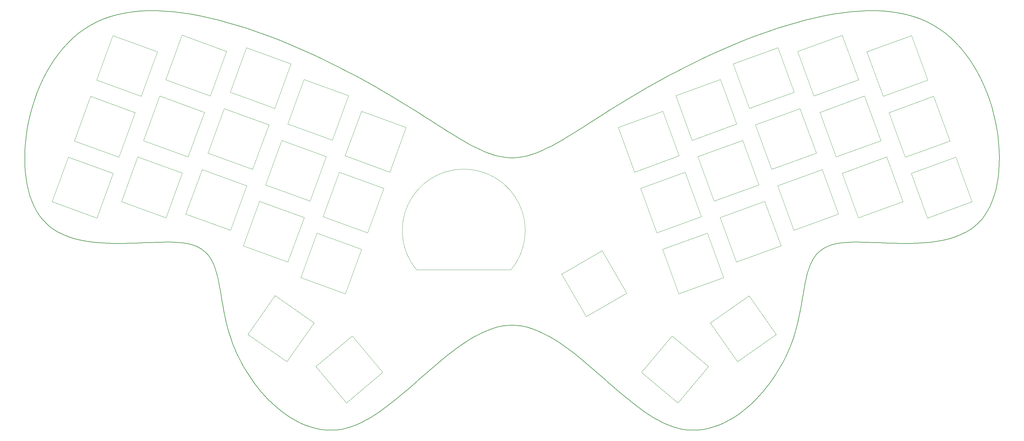
<source format=gm1>
%TF.GenerationSoftware,KiCad,Pcbnew,7.0.1-0*%
%TF.CreationDate,2023-05-23T19:41:55-04:00*%
%TF.ProjectId,plate,706c6174-652e-46b6-9963-61645f706362,rev?*%
%TF.SameCoordinates,Original*%
%TF.FileFunction,Profile,NP*%
%FSLAX46Y46*%
G04 Gerber Fmt 4.6, Leading zero omitted, Abs format (unit mm)*
G04 Created by KiCad (PCBNEW 7.0.1-0) date 2023-05-23 19:41:55*
%MOMM*%
%LPD*%
G01*
G04 APERTURE LIST*
%ADD10C,0.200000*%
%TA.AperFunction,Profile*%
%ADD11C,0.120000*%
%TD*%
G04 APERTURE END LIST*
D10*
X209989920Y-177473930D02*
X211496905Y-177545688D01*
X213003702Y-177755440D01*
X214510129Y-178094939D01*
X216016003Y-178555936D01*
X217521141Y-179130184D01*
X219025362Y-179809435D01*
X220528484Y-180585441D01*
X222030323Y-181449954D01*
X223530697Y-182394727D01*
X225029425Y-183411512D01*
X226526324Y-184492061D01*
X228021211Y-185628127D01*
X229513905Y-186811461D01*
X231004223Y-188033816D01*
X232491983Y-189286945D01*
X233977002Y-190562598D01*
X235459098Y-191852530D01*
X236938090Y-193148491D01*
X238413793Y-194442234D01*
X239886027Y-195725512D01*
X241354609Y-196990076D01*
X242819357Y-198227679D01*
X244280088Y-199430073D01*
X245736620Y-200589011D01*
X247188771Y-201696244D01*
X248636358Y-202743525D01*
X250079200Y-203722605D01*
X251517113Y-204625239D01*
X252949916Y-205443176D01*
X254377426Y-206168171D01*
X255799462Y-206791975D01*
X257215840Y-207306340D01*
X331448260Y-88474984D02*
X329500091Y-87631970D01*
X327472086Y-86925412D01*
X325369114Y-86350540D01*
X323196047Y-85902583D01*
X320957754Y-85576771D01*
X318659105Y-85368333D01*
X316304971Y-85272499D01*
X313900220Y-85284498D01*
X311449724Y-85399561D01*
X308958352Y-85612917D01*
X306430974Y-85919796D01*
X303872461Y-86315426D01*
X301287683Y-86795039D01*
X298681509Y-87353863D01*
X296058809Y-87987128D01*
X293424455Y-88690064D01*
X290783314Y-89457900D01*
X288140259Y-90285867D01*
X285500159Y-91169193D01*
X282867883Y-92103108D01*
X280248303Y-93082843D01*
X277646287Y-94103626D01*
X275066707Y-95160687D01*
X272514431Y-96249256D01*
X269994331Y-97364563D01*
X267511276Y-98501837D01*
X265070137Y-99656307D01*
X262675782Y-100823204D01*
X260333083Y-101997757D01*
X258046910Y-103175196D01*
X255822132Y-104350750D01*
X253663620Y-105519650D01*
X115796300Y-153741730D02*
X116742094Y-154018774D01*
X117610549Y-154353039D01*
X118405810Y-154742917D01*
X119132024Y-155186803D01*
X119793336Y-155683089D01*
X120393892Y-156230168D01*
X120937837Y-156826433D01*
X121429319Y-157470278D01*
X121872481Y-158160096D01*
X122271472Y-158894281D01*
X122630435Y-159671224D01*
X122953518Y-160489320D01*
X123244865Y-161346961D01*
X123508623Y-162242542D01*
X123748937Y-163174454D01*
X123969955Y-164141092D01*
X124175820Y-165140848D01*
X124370679Y-166172116D01*
X124558678Y-167233288D01*
X124743963Y-168322759D01*
X124930680Y-169438920D01*
X125122974Y-170580167D01*
X125324991Y-171744890D01*
X125540878Y-172931485D01*
X125774779Y-174138343D01*
X126030842Y-175363858D01*
X126313211Y-176606424D01*
X126626032Y-177864433D01*
X126973452Y-179136279D01*
X127359616Y-180420355D01*
X127788670Y-181715054D01*
X128264760Y-183018770D01*
X128264760Y-183018770D02*
X128791102Y-184329507D01*
X129367205Y-185643741D01*
X129991654Y-186957561D01*
X130663030Y-188267058D01*
X131379919Y-189568323D01*
X132140904Y-190857446D01*
X132944568Y-192130518D01*
X133789495Y-193383631D01*
X134674268Y-194612874D01*
X135597472Y-195814338D01*
X136557690Y-196984114D01*
X137553506Y-198118292D01*
X138583502Y-199212964D01*
X139646264Y-200264220D01*
X140740374Y-201268151D01*
X141864417Y-202220847D01*
X143016975Y-203118399D01*
X144196633Y-203956898D01*
X145401975Y-204732434D01*
X146631583Y-205441099D01*
X147884041Y-206078982D01*
X149157934Y-206642175D01*
X150451844Y-207126768D01*
X151764356Y-207528852D01*
X153094053Y-207844518D01*
X154439518Y-208069855D01*
X155799336Y-208200956D01*
X157172090Y-208233911D01*
X158556364Y-208164810D01*
X159950741Y-207989744D01*
X161353805Y-207704803D01*
X162764140Y-207306080D01*
X257215840Y-207306340D02*
X258626165Y-207705042D01*
X260029220Y-207989962D01*
X261423588Y-208165009D01*
X262807853Y-208234093D01*
X264180599Y-208201123D01*
X265540408Y-208070007D01*
X266885866Y-207844656D01*
X268215555Y-207528979D01*
X269528058Y-207126884D01*
X270821960Y-206642281D01*
X272095844Y-206079080D01*
X273348295Y-205441190D01*
X274577894Y-204732519D01*
X275783226Y-203956977D01*
X276962875Y-203118474D01*
X278115425Y-202220918D01*
X279239458Y-201268220D01*
X280333558Y-200264287D01*
X281396310Y-199213030D01*
X282426296Y-198118358D01*
X283422100Y-196984179D01*
X284382307Y-195814404D01*
X285305498Y-194612942D01*
X286190260Y-193383701D01*
X287035173Y-192130591D01*
X287838823Y-190857522D01*
X288599793Y-189568402D01*
X289316667Y-188267141D01*
X289988028Y-186957647D01*
X290612459Y-185643832D01*
X291188545Y-184329603D01*
X291714870Y-183018870D01*
X162764140Y-207306080D02*
X164180526Y-206791693D01*
X165602567Y-206167870D01*
X167030082Y-205442859D01*
X168462888Y-204624907D01*
X169900803Y-203722263D01*
X171343644Y-202743173D01*
X172791230Y-201695886D01*
X174243378Y-200588649D01*
X175699906Y-199429710D01*
X177160632Y-198227316D01*
X178625374Y-196989715D01*
X180093949Y-195725155D01*
X181566175Y-194441884D01*
X183041871Y-193148149D01*
X184520853Y-191852197D01*
X186002941Y-190562277D01*
X187487951Y-189286636D01*
X188975701Y-188033522D01*
X190466009Y-186811182D01*
X191958694Y-185627864D01*
X193453572Y-184491817D01*
X194950462Y-183411286D01*
X196449181Y-182394521D01*
X197949548Y-181449769D01*
X199451380Y-180585277D01*
X200954494Y-179809293D01*
X202458710Y-179130065D01*
X203963843Y-178555840D01*
X205469713Y-178094867D01*
X206976138Y-177755392D01*
X208482934Y-177545664D01*
X209989920Y-177473930D01*
X304183110Y-153741460D02*
X305208820Y-153522033D01*
X306310685Y-153355821D01*
X307483385Y-153237212D01*
X308721600Y-153160592D01*
X310020010Y-153120346D01*
X311373295Y-153110861D01*
X312776135Y-153126523D01*
X314223210Y-153161720D01*
X315709201Y-153210836D01*
X317228787Y-153268259D01*
X318776649Y-153328375D01*
X320347466Y-153385570D01*
X321935919Y-153434231D01*
X323536688Y-153468743D01*
X325144453Y-153483494D01*
X326753895Y-153472870D01*
X328359692Y-153431256D01*
X329956525Y-153353039D01*
X331539075Y-153232607D01*
X333102021Y-153064344D01*
X334640044Y-152842637D01*
X336147824Y-152561873D01*
X337620040Y-152216439D01*
X339051374Y-151800719D01*
X340436504Y-151309102D01*
X341770111Y-150735972D01*
X343046876Y-150075717D01*
X344261477Y-149322722D01*
X345408597Y-148471375D01*
X346482913Y-147516061D01*
X347479108Y-146451167D01*
X348391860Y-145271080D01*
X88531403Y-88474847D02*
X86667133Y-89456922D01*
X84887712Y-90572038D01*
X83193264Y-91812007D01*
X81583918Y-93168639D01*
X80059799Y-94633746D01*
X78621034Y-96199138D01*
X77267750Y-97856626D01*
X76000073Y-99598023D01*
X74818129Y-101415138D01*
X73722045Y-103299783D01*
X72711948Y-105243769D01*
X71787964Y-107238908D01*
X70950220Y-109277010D01*
X70198842Y-111349886D01*
X69533957Y-113449348D01*
X68955691Y-115567207D01*
X68464171Y-117695273D01*
X68059523Y-119825358D01*
X67741874Y-121949273D01*
X67511351Y-124058830D01*
X67368079Y-126145838D01*
X67312186Y-128202110D01*
X67343798Y-130219457D01*
X67463041Y-132189689D01*
X67670042Y-134104618D01*
X67964928Y-135956054D01*
X68347825Y-137735809D01*
X68818860Y-139435695D01*
X69378159Y-141047522D01*
X70025849Y-142563100D01*
X70762056Y-143974243D01*
X71586907Y-145272760D01*
X348391860Y-145271080D02*
X349216752Y-143972492D01*
X349953000Y-142561298D01*
X350600728Y-141045687D01*
X351160065Y-139433846D01*
X351631137Y-137733962D01*
X352014069Y-135954224D01*
X352308989Y-134102819D01*
X352516023Y-132187935D01*
X352635299Y-130217759D01*
X352666941Y-128200480D01*
X352611078Y-126144284D01*
X352467836Y-124057360D01*
X352237340Y-121947895D01*
X351919719Y-119824077D01*
X351515097Y-117694094D01*
X351023603Y-115566134D01*
X350445363Y-113448383D01*
X349780502Y-111349031D01*
X349029148Y-109276263D01*
X348191428Y-107238270D01*
X347267467Y-105243237D01*
X346257393Y-103299353D01*
X345161332Y-101414805D01*
X343979411Y-99597781D01*
X342711756Y-97856469D01*
X341358494Y-96199057D01*
X339919751Y-94633732D01*
X338395655Y-93168681D01*
X336786330Y-91812094D01*
X335091905Y-90572156D01*
X333312506Y-89457057D01*
X331448260Y-88474984D01*
X166316540Y-105519810D02*
X164158026Y-104350899D01*
X161933246Y-103175334D01*
X159647069Y-101997885D01*
X157304366Y-100823321D01*
X154910005Y-99656413D01*
X152468858Y-98501932D01*
X149985795Y-97364647D01*
X147465685Y-96249330D01*
X144913399Y-95160750D01*
X142333806Y-94103679D01*
X139731778Y-93082886D01*
X137112184Y-92103141D01*
X134479893Y-91169216D01*
X131839777Y-90285879D01*
X129196706Y-89457903D01*
X126555549Y-88690057D01*
X123921176Y-87987112D01*
X121298458Y-87353837D01*
X118692265Y-86795004D01*
X116107467Y-86315382D01*
X113548933Y-85919743D01*
X111021535Y-85612856D01*
X108530142Y-85399491D01*
X106079624Y-85284420D01*
X103674851Y-85272412D01*
X101320694Y-85368238D01*
X99022023Y-85576668D01*
X96783707Y-85902473D01*
X94610617Y-86350423D01*
X92507623Y-86925289D01*
X90479595Y-87631839D01*
X88531403Y-88474847D01*
X253663620Y-105519650D02*
X251575070Y-106677654D01*
X249555448Y-107822666D01*
X247602532Y-108953126D01*
X245714098Y-110067477D01*
X243887922Y-111164158D01*
X242121780Y-112241612D01*
X240413449Y-113298279D01*
X238760706Y-114332602D01*
X237161327Y-115343020D01*
X235613088Y-116327975D01*
X234113767Y-117285909D01*
X232661138Y-118215263D01*
X231252980Y-119114478D01*
X229887069Y-119981995D01*
X228561180Y-120816255D01*
X227273091Y-121615701D01*
X226020577Y-122378772D01*
X224801417Y-123103910D01*
X223613385Y-123789557D01*
X222454258Y-124434154D01*
X221321813Y-125036141D01*
X220213827Y-125593961D01*
X219128075Y-126106054D01*
X218062335Y-126570862D01*
X217014383Y-126986825D01*
X215981994Y-127352386D01*
X214962947Y-127665985D01*
X213955017Y-127926064D01*
X212955981Y-128131063D01*
X211963615Y-128279425D01*
X210975696Y-128369590D01*
X209990000Y-128400000D01*
X209990000Y-128400000D02*
X209004304Y-128369614D01*
X208016386Y-128279471D01*
X207024022Y-128131130D01*
X206024989Y-127926150D01*
X205017063Y-127666089D01*
X203998020Y-127352507D01*
X202965637Y-126986962D01*
X201917690Y-126571012D01*
X200851956Y-126106217D01*
X199766211Y-125594136D01*
X198658232Y-125036326D01*
X197525794Y-124434348D01*
X196366675Y-123789759D01*
X195178651Y-123104119D01*
X193959498Y-122378986D01*
X192706992Y-121615920D01*
X191418910Y-120816478D01*
X190093029Y-119982220D01*
X188727125Y-119114704D01*
X187318974Y-118215489D01*
X185866353Y-117286135D01*
X184367038Y-116328199D01*
X182818806Y-115343241D01*
X181219432Y-114332820D01*
X179566694Y-113298493D01*
X177858368Y-112241820D01*
X176092230Y-111164361D01*
X174266057Y-110067672D01*
X172377625Y-108953314D01*
X170424710Y-107822845D01*
X168405090Y-106677824D01*
X166316540Y-105519810D01*
X71586907Y-145272760D02*
X72499621Y-146452766D01*
X73495786Y-147517581D01*
X74570083Y-148472819D01*
X75717191Y-149324092D01*
X76931789Y-150077016D01*
X78208557Y-150737202D01*
X79542174Y-151310265D01*
X80927320Y-151801819D01*
X82358675Y-152217477D01*
X83830917Y-152562853D01*
X85338727Y-152843560D01*
X86876785Y-153065212D01*
X88439768Y-153233423D01*
X90022358Y-153353806D01*
X91619234Y-153431976D01*
X93225075Y-153473545D01*
X94834560Y-153484127D01*
X96442370Y-153469336D01*
X98043183Y-153434786D01*
X99631681Y-153386090D01*
X101202540Y-153328861D01*
X102750443Y-153268715D01*
X104270067Y-153211263D01*
X105756093Y-153162120D01*
X107203200Y-153126900D01*
X108606068Y-153111215D01*
X109959375Y-153120681D01*
X111257803Y-153160909D01*
X112496029Y-153237515D01*
X113668734Y-153356111D01*
X114770598Y-153522311D01*
X115796300Y-153741730D01*
X291714870Y-183018870D02*
X292190941Y-181715159D01*
X292619976Y-180420462D01*
X293006122Y-179136386D01*
X293353524Y-177864538D01*
X293666329Y-176606525D01*
X293948681Y-175363953D01*
X294204727Y-174138430D01*
X294438613Y-172931563D01*
X294654484Y-171744959D01*
X294856487Y-170580223D01*
X295048767Y-169438965D01*
X295235471Y-168322789D01*
X295420744Y-167233304D01*
X295608732Y-166172116D01*
X295803581Y-165140832D01*
X296009437Y-164141060D01*
X296230446Y-163174405D01*
X296470753Y-162242475D01*
X296734505Y-161346877D01*
X297025847Y-160489218D01*
X297348925Y-159671105D01*
X297707886Y-158894144D01*
X298106875Y-158159943D01*
X298550038Y-157470108D01*
X299041520Y-156826247D01*
X299585469Y-156229967D01*
X300186029Y-155682873D01*
X300847346Y-155186574D01*
X301573567Y-154742676D01*
X302368837Y-154352787D01*
X303237303Y-154018512D01*
X304183110Y-153741460D01*
D11*
X287722096Y-136566176D02*
X300783824Y-131812096D01*
X292476176Y-149627904D02*
X287722096Y-136566176D01*
X300783824Y-131812096D02*
X305537904Y-144873824D01*
X305537904Y-144873824D02*
X292476176Y-149627904D01*
X254072096Y-155196176D02*
X267133824Y-150442096D01*
X258826176Y-168257904D02*
X254072096Y-155196176D01*
X267133824Y-150442096D02*
X271887904Y-163503824D01*
X271887904Y-163503824D02*
X258826176Y-168257904D01*
X306602096Y-132886176D02*
X319663824Y-128132096D01*
X311356176Y-145947904D02*
X306602096Y-132886176D01*
X319663824Y-128132096D02*
X324417904Y-141193824D01*
X324417904Y-141193824D02*
X311356176Y-145947904D01*
X152876176Y-150432096D02*
X165937904Y-155186176D01*
X148122096Y-163493824D02*
X152876176Y-150432096D01*
X165937904Y-155186176D02*
X161183824Y-168247904D01*
X161183824Y-168247904D02*
X148122096Y-163493824D01*
X293602096Y-97176176D02*
X306663824Y-92422096D01*
X298356176Y-110237904D02*
X293602096Y-97176176D01*
X306663824Y-92422096D02*
X311417904Y-105483824D01*
X311417904Y-105483824D02*
X298356176Y-110237904D01*
X100346176Y-128122096D02*
X113407904Y-132876176D01*
X95592096Y-141183824D02*
X100346176Y-128122096D01*
X113407904Y-132876176D02*
X108653824Y-145937904D01*
X108653824Y-145937904D02*
X95592096Y-141183824D01*
X268000537Y-176773250D02*
X279386750Y-168800537D01*
X275973250Y-188159463D02*
X268000537Y-176773250D01*
X279386750Y-168800537D02*
X287359463Y-180186750D01*
X287359463Y-180186750D02*
X275973250Y-188159463D01*
X224477726Y-162439617D02*
X236342274Y-155589617D01*
X231677726Y-174910383D02*
X224477726Y-162439617D01*
X236342274Y-155589617D02*
X243542274Y-168060383D01*
X243542274Y-168060383D02*
X231677726Y-174910383D01*
X93086176Y-92502096D02*
X106147904Y-97256176D01*
X88332096Y-105563824D02*
X93086176Y-92502096D01*
X106147904Y-97256176D02*
X101393824Y-110317904D01*
X101393824Y-110317904D02*
X88332096Y-105563824D01*
X247572096Y-137336176D02*
X260633824Y-132582096D01*
X252326176Y-150397904D02*
X247572096Y-137336176D01*
X260633824Y-132582096D02*
X265387904Y-145643824D01*
X265387904Y-145643824D02*
X252326176Y-150397904D01*
X140623250Y-168780537D02*
X152009463Y-176753250D01*
X132650537Y-180166750D02*
X140623250Y-168780537D01*
X152009463Y-176753250D02*
X144036750Y-188139463D01*
X144036750Y-188139463D02*
X132650537Y-180166750D01*
X264402096Y-128026176D02*
X277463824Y-123272096D01*
X269156176Y-141087904D02*
X264402096Y-128026176D01*
X277463824Y-123272096D02*
X282217904Y-136333824D01*
X282217904Y-136333824D02*
X269156176Y-141087904D01*
X241062096Y-119496176D02*
X254123824Y-114742096D01*
X245816176Y-132557904D02*
X241062096Y-119496176D01*
X254123824Y-114742096D02*
X258877904Y-127803824D01*
X258877904Y-127803824D02*
X245816176Y-132557904D01*
X270902096Y-145886176D02*
X283963824Y-141132096D01*
X275656176Y-158947904D02*
X270902096Y-145886176D01*
X283963824Y-141132096D02*
X288717904Y-154193824D01*
X288717904Y-154193824D02*
X275656176Y-158947904D01*
X159366176Y-132592096D02*
X172427904Y-137346176D01*
X154612096Y-145653824D02*
X159366176Y-132592096D01*
X172427904Y-137346176D02*
X167673824Y-150407904D01*
X167673824Y-150407904D02*
X154612096Y-145653824D01*
X149036176Y-105412096D02*
X162097904Y-110166176D01*
X144282096Y-118473824D02*
X149036176Y-105412096D01*
X162097904Y-110166176D02*
X157343824Y-123227904D01*
X157343824Y-123227904D02*
X144282096Y-118473824D01*
X106836176Y-110272096D02*
X119897904Y-115026176D01*
X102082096Y-123333824D02*
X106836176Y-110272096D01*
X119897904Y-115026176D02*
X115143824Y-128087904D01*
X115143824Y-128087904D02*
X102082096Y-123333824D01*
X181980000Y-161190000D02*
X209720000Y-161190000D01*
X209720000Y-161190000D02*
G75*
G03*
X181980000Y-161190000I-13870000J11480000D01*
G01*
X257902096Y-110176176D02*
X270963824Y-105422096D01*
X262656176Y-123237904D02*
X257902096Y-110176176D01*
X270963824Y-105422096D02*
X275717904Y-118483824D01*
X275717904Y-118483824D02*
X262656176Y-123237904D01*
X247888617Y-191276635D02*
X256823365Y-180628617D01*
X258536635Y-200211383D02*
X247888617Y-191276635D01*
X256823365Y-180628617D02*
X267471383Y-189563365D01*
X267471383Y-189563365D02*
X258536635Y-200211383D01*
X165866176Y-114732096D02*
X178927904Y-119486176D01*
X161112096Y-127793824D02*
X165866176Y-114732096D01*
X178927904Y-119486176D02*
X174173824Y-132547904D01*
X174173824Y-132547904D02*
X161112096Y-127793824D01*
X136046176Y-141112096D02*
X149107904Y-145866176D01*
X131292096Y-154173824D02*
X136046176Y-141112096D01*
X149107904Y-145866176D02*
X144353824Y-158927904D01*
X144353824Y-158927904D02*
X131292096Y-154173824D01*
X80086176Y-128202096D02*
X93147904Y-132956176D01*
X75332096Y-141263824D02*
X80086176Y-128202096D01*
X93147904Y-132956176D02*
X88393824Y-146017904D01*
X88393824Y-146017904D02*
X75332096Y-141263824D01*
X326852096Y-132956176D02*
X339913824Y-128202096D01*
X331606176Y-146017904D02*
X326852096Y-132956176D01*
X339913824Y-128202096D02*
X344667904Y-141263824D01*
X344667904Y-141263824D02*
X331606176Y-146017904D01*
X119216176Y-131792096D02*
X132277904Y-136546176D01*
X114462096Y-144853824D02*
X119216176Y-131792096D01*
X132277904Y-136546176D02*
X127523824Y-149607904D01*
X127523824Y-149607904D02*
X114462096Y-144853824D01*
X313852096Y-97256176D02*
X326913824Y-92502096D01*
X318606176Y-110317904D02*
X313852096Y-97256176D01*
X326913824Y-92502096D02*
X331667904Y-105563824D01*
X331667904Y-105563824D02*
X318606176Y-110317904D01*
X86576176Y-110352096D02*
X99637904Y-115106176D01*
X81822096Y-123413824D02*
X86576176Y-110352096D01*
X99637904Y-115106176D02*
X94883824Y-128167904D01*
X94883824Y-128167904D02*
X81822096Y-123413824D01*
X274732096Y-100846176D02*
X287793824Y-96092096D01*
X279486176Y-113907904D02*
X274732096Y-100846176D01*
X287793824Y-96092096D02*
X292547904Y-109153824D01*
X292547904Y-109153824D02*
X279486176Y-113907904D01*
X113346176Y-92412096D02*
X126407904Y-97166176D01*
X108592096Y-105473824D02*
X113346176Y-92412096D01*
X126407904Y-97166176D02*
X121653824Y-110227904D01*
X121653824Y-110227904D02*
X108592096Y-105473824D01*
X132206176Y-96092096D02*
X145267904Y-100846176D01*
X127452096Y-109153824D02*
X132206176Y-96092096D01*
X145267904Y-100846176D02*
X140513824Y-113907904D01*
X140513824Y-113907904D02*
X127452096Y-109153824D01*
X125716176Y-113962096D02*
X138777904Y-118716176D01*
X120962096Y-127023824D02*
X125716176Y-113962096D01*
X138777904Y-118716176D02*
X134023824Y-131777904D01*
X134023824Y-131777904D02*
X120962096Y-127023824D01*
X142536176Y-123272096D02*
X155597904Y-128026176D01*
X137782096Y-136333824D02*
X142536176Y-123272096D01*
X155597904Y-128026176D02*
X150843824Y-141087904D01*
X150843824Y-141087904D02*
X137782096Y-136333824D01*
X300112096Y-115026176D02*
X313173824Y-110272096D01*
X304866176Y-128087904D02*
X300112096Y-115026176D01*
X313173824Y-110272096D02*
X317927904Y-123333824D01*
X317927904Y-123333824D02*
X304866176Y-128087904D01*
X281232096Y-118706176D02*
X294293824Y-113952096D01*
X285986176Y-131767904D02*
X281232096Y-118706176D01*
X294293824Y-113952096D02*
X299047904Y-127013824D01*
X299047904Y-127013824D02*
X285986176Y-131767904D01*
X163176635Y-180628617D02*
X172111383Y-191276635D01*
X152528617Y-189563365D02*
X163176635Y-180628617D01*
X172111383Y-191276635D02*
X161463365Y-200211383D01*
X161463365Y-200211383D02*
X152528617Y-189563365D01*
X320352096Y-115106176D02*
X333413824Y-110352096D01*
X325106176Y-128167904D02*
X320352096Y-115106176D01*
X333413824Y-110352096D02*
X338167904Y-123413824D01*
X338167904Y-123413824D02*
X325106176Y-128167904D01*
M02*

</source>
